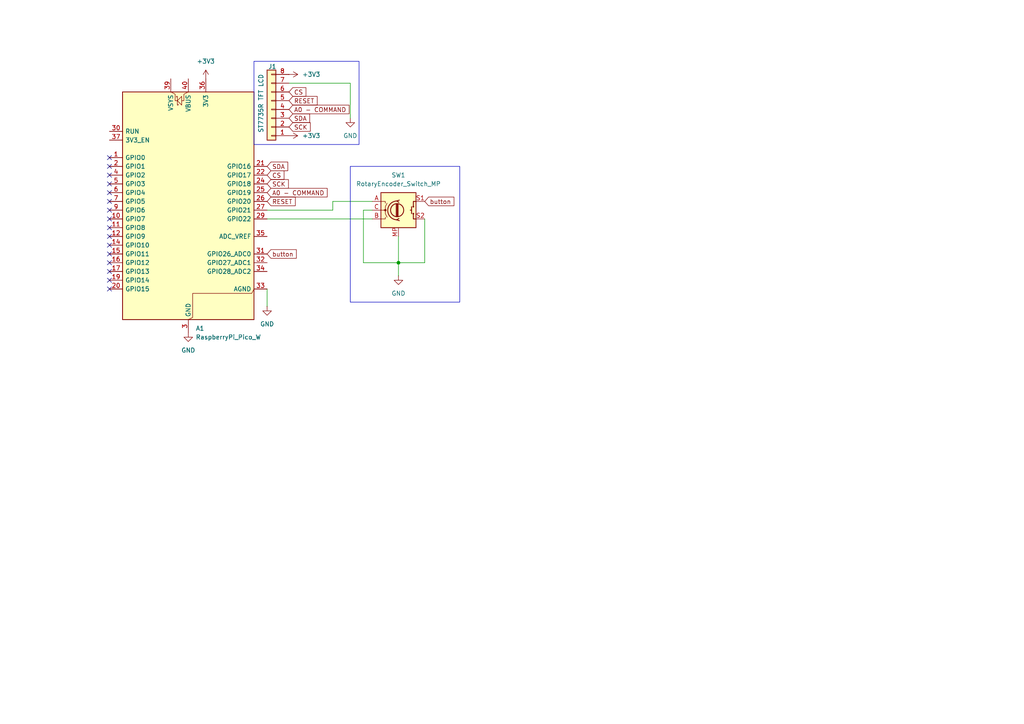
<source format=kicad_sch>
(kicad_sch (version 20250114) (generator "eeschema") (generator_version "9.0")
  (paper "A4")
  (lib_symbols
    (symbol "Connector_Generic:Conn_01x08" (pin_names (offset 1.016) (hide yes))
      (property "Reference" "J" (at 0 10.16 0))
      (property "Value" "Conn_01x08" (at 0 -12.7 0))
      (symbol "Conn_01x08_1_1"
        (rectangle (start -1.27 8.89) (end 1.27 -11.43) (stroke (width 0.254)) (fill (type background)))
        (rectangle (start -1.27 7.747) (end 0 7.493) (stroke (width 0.1524)))
        (rectangle (start -1.27 5.207) (end 0 4.953) (stroke (width 0.1524)))
        (rectangle (start -1.27 2.667) (end 0 2.413) (stroke (width 0.1524)))
        (rectangle (start -1.27 0.127) (end 0 -0.127) (stroke (width 0.1524)))
        (rectangle (start -1.27 -2.413) (end 0 -2.667) (stroke (width 0.1524)))
        (rectangle (start -1.27 -4.953) (end 0 -5.207) (stroke (width 0.1524)))
        (rectangle (start -1.27 -7.493) (end 0 -7.747) (stroke (width 0.1524)))
        (rectangle (start -1.27 -10.033) (end 0 -10.287) (stroke (width 0.1524)))
        (pin passive line (at -5.08 7.62 0) (length 3.81) (name "Pin_1") (number "1"))
        (pin passive line (at -5.08 5.08 0) (length 3.81) (name "Pin_2") (number "2"))
        (pin passive line (at -5.08 2.54 0) (length 3.81) (name "Pin_3") (number "3"))
        (pin passive line (at -5.08 0 0) (length 3.81) (name "Pin_4") (number "4"))
        (pin passive line (at -5.08 -2.54 0) (length 3.81) (name "Pin_5") (number "5"))
        (pin passive line (at -5.08 -5.08 0) (length 3.81) (name "Pin_6") (number "6"))
        (pin passive line (at -5.08 -7.62 0) (length 3.81) (name "Pin_7") (number "7"))
        (pin passive line (at -5.08 -10.16 0) (length 3.81) (name "Pin_8") (number "8"))
      )
    )
    (symbol "Device:RotaryEncoder_Switch_MP" (pin_names (offset 0.254) (hide yes))
      (property "Reference" "SW" (at 0 8.89 0))
      (property "Value" "RotaryEncoder_Switch_MP" (at 0 6.35 0))
      (symbol "RotaryEncoder_Switch_MP_0_1"
        (rectangle (start -5.08 5.08) (end 5.08 -5.08) (stroke (width 0.254)) (fill (type background)))
        (polyline (pts (xy -5.08 2.54) (xy -3.81 2.54) (xy -3.81 2.032)))
        (polyline (pts (xy -5.08 0) (xy -3.81 0) (xy -3.81 -1.016) (xy -3.302 -2.032)))
        (polyline (pts (xy -5.08 -2.54) (xy -3.81 -2.54) (xy -3.81 -2.032)))
        (polyline (pts (xy -4.318 0) (xy -3.81 0) (xy -3.81 1.016) (xy -3.302 2.032)))
        (circle (center -3.81 0) (radius 0.254) (fill (type outline)))
        (polyline (pts (xy -0.635 -1.778) (xy -0.635 1.778)) (stroke (width 0.254)))
        (circle (center -0.381 0) (radius 1.905) (stroke (width 0.254)))
        (polyline (pts (xy -0.381 -1.778) (xy -0.381 1.778)) (stroke (width 0.254)))
        (arc (start -0.381 -2.794) (mid -3.0988 -0.0635) (end -0.381 2.667) (stroke (width 0.254)))
        (polyline (pts (xy -0.127 1.778) (xy -0.127 -1.778)) (stroke (width 0.254)))
        (polyline (pts (xy 0.254 2.921) (xy -0.508 2.667) (xy 0.127 2.286)) (stroke (width 0.254)))
        (polyline (pts (xy 0.254 -3.048) (xy -0.508 -2.794) (xy 0.127 -2.413)) (stroke (width 0.254)))
        (polyline (pts (xy 3.81 1.016) (xy 3.81 -1.016)) (stroke (width 0.254)))
        (polyline (pts (xy 3.81 0) (xy 3.429 0)) (stroke (width 0.254)))
        (circle (center 4.318 1.016) (radius 0.127) (stroke (width 0.254)))
        (circle (center 4.318 -1.016) (radius 0.127) (stroke (width 0.254)))
        (polyline (pts (xy 5.08 2.54) (xy 4.318 2.54) (xy 4.318 1.016)) (stroke (width 0.254)))
        (polyline (pts (xy 5.08 -2.54) (xy 4.318 -2.54) (xy 4.318 -1.016)) (stroke (width 0.254)))
      )
      (symbol "RotaryEncoder_Switch_MP_1_1"
        (pin passive line (at -7.62 2.54 0) (length 2.54) (name "A") (number "A"))
        (pin passive line (at -7.62 0 0) (length 2.54) (name "C") (number "C"))
        (pin passive line (at -7.62 -2.54 0) (length 2.54) (name "B") (number "B"))
        (pin passive line (at 0 -7.62 90) (length 2.54) (name "MP") (number "MP"))
        (pin passive line (at 7.62 2.54 180) (length 2.54) (name "S1") (number "S1"))
        (pin passive line (at 7.62 -2.54 180) (length 2.54) (name "S2") (number "S2"))
      )
    )
    (symbol "MCU_Module:RaspberryPi_Pico_W" (pin_names (offset 0.762))
      (property "Reference" "A" (at -19.05 35.56 0))
      (property "Value" "RaspberryPi_Pico_W" (at 7.62 35.56 0))
      (symbol "RaspberryPi_Pico_W_0_1"
        (rectangle (start -19.05 34.29) (end 19.05 -31.75) (stroke (width 0.254)) (fill (type background)))
        (polyline (pts (xy -5.08 34.29) (xy -3.81 33.655) (xy -3.81 31.75) (xy -3.175 31.75)))
        (polyline (pts (xy -3.429 32.766) (xy -3.429 33.02) (xy -3.175 33.02) (xy -3.175 30.48) (xy -2.921 30.48) (xy -2.921 30.734)))
        (polyline (pts (xy -3.175 31.75) (xy -1.905 33.02) (xy -1.905 30.48) (xy -3.175 31.75)))
        (polyline (pts (xy 0 34.29) (xy -1.27 33.655) (xy -1.27 31.75) (xy -1.905 31.75)))
        (polyline (pts (xy 0 -31.75) (xy 1.27 -31.115) (xy 1.27 -24.13) (xy 18.415 -24.13) (xy 19.05 -22.86)))
      )
      (symbol "RaspberryPi_Pico_W_1_1"
        (pin passive line (at -22.86 22.86 0) (length 3.81) (name "RUN") (number "30"))
        (pin passive line (at -22.86 20.32 0) (length 3.81) (name "3V3_EN") (number "37"))
        (pin bidirectional line (at -22.86 15.24 0) (length 3.81) (name "GPIO0") (number "1"))
        (pin bidirectional line (at -22.86 12.7 0) (length 3.81) (name "GPIO1") (number "2"))
        (pin bidirectional line (at -22.86 10.16 0) (length 3.81) (name "GPIO2") (number "4"))
        (pin bidirectional line (at -22.86 7.62 0) (length 3.81) (name "GPIO3") (number "5"))
        (pin bidirectional line (at -22.86 5.08 0) (length 3.81) (name "GPIO4") (number "6"))
        (pin bidirectional line (at -22.86 2.54 0) (length 3.81) (name "GPIO5") (number "7"))
        (pin bidirectional line (at -22.86 0 0) (length 3.81) (name "GPIO6") (number "9"))
        (pin bidirectional line (at -22.86 -2.54 0) (length 3.81) (name "GPIO7") (number "10"))
        (pin bidirectional line (at -22.86 -5.08 0) (length 3.81) (name "GPIO8") (number "11"))
        (pin bidirectional line (at -22.86 -7.62 0) (length 3.81) (name "GPIO9") (number "12"))
        (pin bidirectional line (at -22.86 -10.16 0) (length 3.81) (name "GPIO10") (number "14"))
        (pin bidirectional line (at -22.86 -12.7 0) (length 3.81) (name "GPIO11") (number "15"))
        (pin bidirectional line (at -22.86 -15.24 0) (length 3.81) (name "GPIO12") (number "16"))
        (pin bidirectional line (at -22.86 -17.78 0) (length 3.81) (name "GPIO13") (number "17"))
        (pin bidirectional line (at -22.86 -20.32 0) (length 3.81) (name "GPIO14") (number "19"))
        (pin bidirectional line (at -22.86 -22.86 0) (length 3.81) (name "GPIO15") (number "20"))
        (pin power_in line (at -5.08 38.1 270) (length 3.81) (name "VSYS") (number "39"))
        (pin power_out line (at 0 38.1 270) (length 3.81) (name "VBUS") (number "40"))
        (pin passive line (at 0 -35.56 90) (length 3.81) (hide yes) (name "GND") (number "13"))
        (pin passive line (at 0 -35.56 90) (length 3.81) (hide yes) (name "GND") (number "18"))
        (pin passive line (at 0 -35.56 90) (length 3.81) (hide yes) (name "GND") (number "23"))
        (pin passive line (at 0 -35.56 90) (length 3.81) (hide yes) (name "GND") (number "28"))
        (pin power_out line (at 0 -35.56 90) (length 3.81) (name "GND") (number "3"))
        (pin passive line (at 0 -35.56 90) (length 3.81) (hide yes) (name "GND") (number "38"))
        (pin passive line (at 0 -35.56 90) (length 3.81) (hide yes) (name "GND") (number "8"))
        (pin power_out line (at 5.08 38.1 270) (length 3.81) (name "3V3") (number "36"))
        (pin bidirectional line (at 22.86 12.7 180) (length 3.81) (name "GPIO16") (number "21"))
        (pin bidirectional line (at 22.86 10.16 180) (length 3.81) (name "GPIO17") (number "22"))
        (pin bidirectional line (at 22.86 7.62 180) (length 3.81) (name "GPIO18") (number "24"))
        (pin bidirectional line (at 22.86 5.08 180) (length 3.81) (name "GPIO19") (number "25"))
        (pin bidirectional line (at 22.86 2.54 180) (length 3.81) (name "GPIO20") (number "26"))
        (pin bidirectional line (at 22.86 0 180) (length 3.81) (name "GPIO21") (number "27"))
        (pin bidirectional line (at 22.86 -2.54 180) (length 3.81) (name "GPIO22") (number "29"))
        (pin power_in line (at 22.86 -7.62 180) (length 3.81) (name "ADC_VREF") (number "35"))
        (pin bidirectional line (at 22.86 -12.7 180) (length 3.81) (name "GPIO26_ADC0") (number "31"))
        (pin bidirectional line (at 22.86 -15.24 180) (length 3.81) (name "GPIO27_ADC1") (number "32"))
        (pin bidirectional line (at 22.86 -17.78 180) (length 3.81) (name "GPIO28_ADC2") (number "34"))
        (pin power_out line (at 22.86 -22.86 180) (length 3.81) (name "AGND") (number "33"))
      )
    )
    (symbol "power:+3V3" (power) (pin_numbers (hide yes)) (pin_names (offset 0) (hide yes))
      (property "Value" "+3V3" (at 0 3.556 0))
      (symbol "+3V3_0_1"
        (polyline (pts (xy -0.762 1.27) (xy 0 2.54)))
        (polyline (pts (xy 0 2.54) (xy 0.762 1.27)))
        (polyline (pts (xy 0 0) (xy 0 2.54)))
      )
      (symbol "+3V3_1_1"
        (pin power_in line (at 0 0 90) (length 0) (name "~") (number "1"))
      )
    )
    (symbol "power:GND" (power) (pin_numbers (hide yes)) (pin_names (offset 0) (hide yes))
      (property "Value" "GND" (at 0 -3.81 0))
      (symbol "GND_0_1"
        (polyline (pts (xy 0 0) (xy 0 -1.27) (xy 1.27 -1.27) (xy 0 -2.54) (xy -1.27 -1.27) (xy 0 -1.27)))
      )
      (symbol "GND_1_1"
        (pin power_in line (at 0 0 270) (length 0) (name "~") (number "1"))
      )
    )
  )
  (rectangle (start 101.6 48.26) (end 133.35 87.63))
  (rectangle (start 73.66 17.78) (end 104.14 41.91))
  (junction (at 115.57 76.2))
  (no_connect (at 31.75 71.12))
  (no_connect (at 31.75 58.42))
  (no_connect (at 31.75 76.2))
  (no_connect (at 31.75 50.8))
  (no_connect (at 31.75 63.5))
  (no_connect (at 31.75 45.72))
  (no_connect (at 31.75 48.26))
  (no_connect (at 31.75 81.28))
  (no_connect (at 31.75 68.58))
  (no_connect (at 31.75 60.96))
  (no_connect (at 31.75 55.88))
  (no_connect (at 31.75 53.34))
  (no_connect (at 31.75 78.74))
  (no_connect (at 31.75 66.04))
  (no_connect (at 31.75 73.66))
  (no_connect (at 31.75 83.82))
  (wire (pts (xy 77.47 60.96) (xy 96.52 60.96)))
  (wire (pts (xy 96.52 60.96) (xy 96.52 58.42)))
  (wire (pts (xy 105.41 76.2) (xy 115.57 76.2)))
  (wire (pts (xy 77.47 63.5) (xy 107.95 63.5)))
  (wire (pts (xy 96.52 58.42) (xy 107.95 58.42)))
  (wire (pts (xy 123.19 76.2) (xy 115.57 76.2)))
  (wire (pts (xy 115.57 80.01) (xy 115.57 76.2)))
  (wire (pts (xy 105.41 60.96) (xy 105.41 76.2)))
  (wire (pts (xy 107.95 60.96) (xy 105.41 60.96)))
  (wire (pts (xy 101.6 24.13) (xy 101.6 34.29)))
  (wire (pts (xy 77.47 83.82) (xy 77.47 88.9)))
  (wire (pts (xy 83.82 24.13) (xy 101.6 24.13)))
  (wire (pts (xy 115.57 76.2) (xy 115.57 68.58)))
  (wire (pts (xy 123.19 63.5) (xy 123.19 76.2)))
  (global_label "A0 - COMMAND" (shape input) (at 77.47 55.88 0) (property "Intersheetrefs" "${INTERSHEET_REFS}" (effects (hide yes))))
  (global_label "CS" (shape input) (at 83.82 26.67 0) (property "Intersheetrefs" "${INTERSHEET_REFS}" (effects (hide yes))))
  (global_label "CS" (shape input) (at 77.47 50.8 0) (property "Intersheetrefs" "${INTERSHEET_REFS}" (effects (hide yes))))
  (global_label "SDA" (shape input) (at 77.47 48.26 0) (property "Intersheetrefs" "${INTERSHEET_REFS}" (effects (hide yes))))
  (global_label "RESET" (shape input) (at 77.47 58.42 0) (property "Intersheetrefs" "${INTERSHEET_REFS}" (effects (hide yes))))
  (global_label "SDA" (shape input) (at 83.82 34.29 0) (property "Intersheetrefs" "${INTERSHEET_REFS}" (effects (hide yes))))
  (global_label "RESET" (shape input) (at 83.82 29.21 0) (property "Intersheetrefs" "${INTERSHEET_REFS}" (effects (hide yes))))
  (global_label "SCK" (shape input) (at 77.47 53.34 0) (property "Intersheetrefs" "${INTERSHEET_REFS}" (effects (hide yes))))
  (global_label "button" (shape input) (at 77.47 73.66 0) (property "Intersheetrefs" "${INTERSHEET_REFS}" (effects (hide yes))))
  (global_label "SCK" (shape input) (at 83.82 36.83 0) (property "Intersheetrefs" "${INTERSHEET_REFS}" (effects (hide yes))))
  (global_label "A0 - COMMAND" (shape input) (at 83.82 31.75 0) (property "Intersheetrefs" "${INTERSHEET_REFS}" (effects (hide yes))))
  (global_label "button" (shape input) (at 123.19 58.42 0) (property "Intersheetrefs" "${INTERSHEET_REFS}" (effects (hide yes))))
  (symbol (lib_id "MCU_Module:RaspberryPi_Pico_W") (at 54.61 60.96 0) (unit 1)
    (property "Reference" "A1" (at 56.7533 95.25 0) (effects (justify left)))
    (property "Value" "RaspberryPi_Pico_W" (at 56.7533 97.79 0) (effects (justify left)))
    (property "Footprint" "Module:RaspberryPi_Pico_Common_THT" (effects (hide yes)))
    (property "Datasheet" "https://datasheets.raspberrypi.com/picow/pico-w-datasheet.pdf" (effects (hide yes)))
    (property "Description" "Versatile and inexpensive wireless microcontroller module powered by RP2040 dual-core Arm Cortex-M0+ processor up to 133 MHz, 264kB SRAM, 2MB QSPI flash, Infineon CYW43439 2.4GHz 802.11n wireless LAN; also supports Raspberry Pi Pico 2 W" (effects (hide yes)))
  )
  (symbol (lib_id "power:GND") (at 77.47 88.9 0) (unit 1)
    (property "Reference" "#PWR04" (effects (hide yes)))
    (property "Value" "GND" (at 77.47 93.98 0))
    (property "Description" "Power symbol creates a global label with name \"GND\" , ground" (effects (hide yes)))
  )
  (symbol (lib_id "power:GND") (at 115.57 80.01 0) (unit 1)
    (property "Reference" "#PWR01" (effects (hide yes)))
    (property "Value" "GND" (at 115.57 85.09 0))
    (property "Description" "Power symbol creates a global label with name \"GND\" , ground" (effects (hide yes)))
  )
  (symbol (lib_id "power:GND") (at 54.61 96.52 0) (unit 1)
    (property "Reference" "#PWR03" (effects (hide yes)))
    (property "Value" "GND" (at 54.61 101.6 0))
    (property "Description" "Power symbol creates a global label with name \"GND\" , ground" (effects (hide yes)))
  )
  (symbol (lib_id "power:+3V3") (at 83.82 21.59 270) (unit 1)
    (property "Reference" "#PWR05" (effects (hide yes)))
    (property "Value" "+3V3" (at 87.63 21.5899 90) (effects (justify left)))
    (property "Description" "Power symbol creates a global label with name \"+3V3\"" (effects (hide yes)))
  )
  (symbol (lib_id "power:GND") (at 101.6 34.29 0) (unit 1)
    (property "Reference" "#PWR07" (effects (hide yes)))
    (property "Value" "GND" (at 101.6 39.37 0))
    (property "Description" "Power symbol creates a global label with name \"GND\" , ground" (effects (hide yes)))
  )
  (symbol (lib_id "power:+3V3") (at 83.82 39.37 270) (unit 1)
    (property "Reference" "#PWR06" (effects (hide yes)))
    (property "Value" "+3V3" (at 87.63 39.3699 90) (effects (justify left)))
    (property "Description" "Power symbol creates a global label with name \"+3V3\"" (effects (hide yes)))
  )
  (symbol (lib_id "Connector_Generic:Conn_01x08") (at 78.74 31.75 180) (unit 1)
    (property "Reference" "J1" (at 78.994 19.304 0))
    (property "Value" "ST7735R TFT LCD" (at 75.692 29.972 90))
    (property "Footprint" "Connector_PinHeader_2.54mm:PinHeader_1x08_P2.54mm_Vertical" (effects (hide yes)))
    (property "Description" "Generic connector, single row, 01x08, script generated (kicad-library-utils/schlib/autogen/connector/)" (effects (hide yes)))
  )
  (symbol (lib_id "power:+3V3") (at 59.69 22.86 0) (unit 1)
    (property "Reference" "#PWR02" (effects (hide yes)))
    (property "Value" "+3V3" (at 59.69 17.78 0))
    (property "Description" "Power symbol creates a global label with name \"+3V3\"" (effects (hide yes)))
  )
  (symbol (lib_id "Device:RotaryEncoder_Switch_MP") (at 115.57 60.96 0) (unit 1)
    (property "Reference" "SW1" (at 115.57 50.8 0))
    (property "Value" "RotaryEncoder_Switch_MP" (at 115.57 53.34 0))
    (property "Footprint" "Rotary_Encoder:RotaryEncoder_Alps_EC11E-Switch_Vertical_H20mm_MountingHoles" (effects (hide yes)))
    (property "Description" "Rotary encoder, dual channel, incremental quadrate outputs, with switch and MP Pin" (effects (hide yes)))
  )
)
</source>
